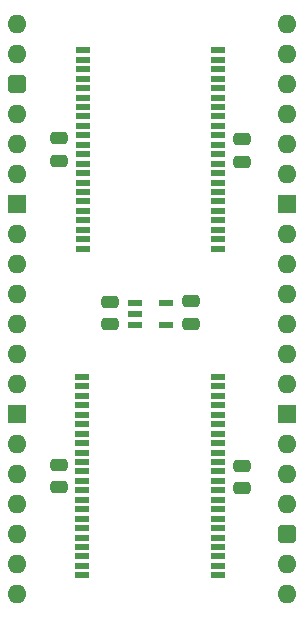
<source format=gts>
%TF.GenerationSoftware,KiCad,Pcbnew,9.0.2*%
%TF.CreationDate,2025-06-16T10:53:43+02:00*%
%TF.ProjectId,Memory 1MB,4d656d6f-7279-4203-914d-422e6b696361,V0*%
%TF.SameCoordinates,Original*%
%TF.FileFunction,Soldermask,Top*%
%TF.FilePolarity,Negative*%
%FSLAX46Y46*%
G04 Gerber Fmt 4.6, Leading zero omitted, Abs format (unit mm)*
G04 Created by KiCad (PCBNEW 9.0.2) date 2025-06-16 10:53:43*
%MOMM*%
%LPD*%
G01*
G04 APERTURE LIST*
G04 Aperture macros list*
%AMRoundRect*
0 Rectangle with rounded corners*
0 $1 Rounding radius*
0 $2 $3 $4 $5 $6 $7 $8 $9 X,Y pos of 4 corners*
0 Add a 4 corners polygon primitive as box body*
4,1,4,$2,$3,$4,$5,$6,$7,$8,$9,$2,$3,0*
0 Add four circle primitives for the rounded corners*
1,1,$1+$1,$2,$3*
1,1,$1+$1,$4,$5*
1,1,$1+$1,$6,$7*
1,1,$1+$1,$8,$9*
0 Add four rect primitives between the rounded corners*
20,1,$1+$1,$2,$3,$4,$5,0*
20,1,$1+$1,$4,$5,$6,$7,0*
20,1,$1+$1,$6,$7,$8,$9,0*
20,1,$1+$1,$8,$9,$2,$3,0*%
G04 Aperture macros list end*
%ADD10R,1.295000X0.600000*%
%ADD11O,1.600000X1.600000*%
%ADD12RoundRect,0.400000X-0.400000X-0.400000X0.400000X-0.400000X0.400000X0.400000X-0.400000X0.400000X0*%
%ADD13R,1.600000X1.600000*%
%ADD14RoundRect,0.250000X0.475000X-0.250000X0.475000X0.250000X-0.475000X0.250000X-0.475000X-0.250000X0*%
%ADD15R,1.150000X0.600000*%
%ADD16RoundRect,0.250000X-0.475000X0.250000X-0.475000X-0.250000X0.475000X-0.250000X0.475000X0.250000X0*%
G04 APERTURE END LIST*
D10*
%TO.C,IC4*%
X5600400Y-2242600D03*
X5600400Y-3042600D03*
X5600400Y-3842600D03*
X5600400Y-4642600D03*
X5600400Y-5442600D03*
X5600400Y-6242600D03*
X5600400Y-7042600D03*
X5600400Y-7842600D03*
X5600400Y-8642600D03*
X5600400Y-9442600D03*
X5600400Y-10242600D03*
X5600400Y-11042600D03*
X5600400Y-11842600D03*
X5600400Y-12642600D03*
X5600400Y-13442600D03*
X5600400Y-14242600D03*
X5600400Y-15042600D03*
X5600400Y-15842600D03*
X5600400Y-16642600D03*
X5600400Y-17442600D03*
X5600400Y-18242600D03*
X5600400Y-19042600D03*
X17056400Y-19042600D03*
X17056400Y-18242600D03*
X17056400Y-17442600D03*
X17056400Y-16642600D03*
X17056400Y-15842600D03*
X17056400Y-15042600D03*
X17056400Y-14242600D03*
X17056400Y-13442600D03*
X17056400Y-12642600D03*
X17056400Y-11842600D03*
X17056400Y-11042600D03*
X17056400Y-10242600D03*
X17056400Y-9442600D03*
X17056400Y-8642600D03*
X17056400Y-7842600D03*
X17056400Y-7042600D03*
X17056400Y-6242600D03*
X17056400Y-5442600D03*
X17056400Y-4642600D03*
X17056400Y-3842600D03*
X17056400Y-3042600D03*
X17056400Y-2242600D03*
%TD*%
D11*
%TO.C,J3*%
X0Y0D03*
X0Y-2540000D03*
D12*
X0Y-5080000D03*
D11*
X0Y-7620000D03*
X0Y-10160000D03*
X0Y-12700000D03*
D13*
X0Y-15240000D03*
D11*
X0Y-17780000D03*
X0Y-20320000D03*
X0Y-22860000D03*
X0Y-25400000D03*
X0Y-27940000D03*
X0Y-30480000D03*
D13*
X0Y-33020000D03*
D11*
X0Y-35560000D03*
X0Y-38100000D03*
X0Y-40640000D03*
X0Y-43180000D03*
X0Y-45720000D03*
X0Y-48260000D03*
X22860000Y-48260000D03*
X22860000Y-45720000D03*
D12*
X22860000Y-43180000D03*
D11*
X22860000Y-40640000D03*
X22860000Y-38100000D03*
X22860000Y-35560000D03*
D13*
X22860000Y-33020000D03*
D11*
X22860000Y-30480000D03*
X22860000Y-27940000D03*
X22860000Y-25400000D03*
X22860000Y-22860000D03*
X22860000Y-20320000D03*
X22860000Y-17780000D03*
D13*
X22860000Y-15240000D03*
D11*
X22860000Y-12700000D03*
X22860000Y-10160000D03*
X22860000Y-7620000D03*
X22860000Y-5080000D03*
X22860000Y-2540000D03*
X22860000Y0D03*
%TD*%
D14*
%TO.C,C3*%
X19050600Y-37408000D03*
X19050600Y-39308000D03*
%TD*%
D15*
%TO.C,IC36*%
X12633000Y-23611800D03*
X12633000Y-25511800D03*
X10033000Y-25511800D03*
X10033000Y-24561800D03*
X10033000Y-23611800D03*
%TD*%
D14*
%TO.C,C1*%
X19050600Y-9790600D03*
X19050600Y-11690600D03*
%TD*%
D16*
%TO.C,C20*%
X3556600Y-39213000D03*
X3556600Y-37313000D03*
%TD*%
%TO.C,C2*%
X3556600Y-11595600D03*
X3556600Y-9695600D03*
%TD*%
%TO.C,C41*%
X7899400Y-25426200D03*
X7899400Y-23526200D03*
%TD*%
%TO.C,C42*%
X14782800Y-25400800D03*
X14782800Y-23500800D03*
%TD*%
D10*
%TO.C,IC7*%
X17018600Y-29896000D03*
X17018600Y-30696000D03*
X17018600Y-31496000D03*
X17018600Y-32296000D03*
X17018600Y-33096000D03*
X17018600Y-33896000D03*
X17018600Y-34696000D03*
X17018600Y-35496000D03*
X17018600Y-36296000D03*
X17018600Y-37096000D03*
X17018600Y-37896000D03*
X17018600Y-38696000D03*
X17018600Y-39496000D03*
X17018600Y-40296000D03*
X17018600Y-41096000D03*
X17018600Y-41896000D03*
X17018600Y-42696000D03*
X17018600Y-43496000D03*
X17018600Y-44296000D03*
X17018600Y-45096000D03*
X17018600Y-45896000D03*
X17018600Y-46696000D03*
X5562600Y-46696000D03*
X5562600Y-45896000D03*
X5562600Y-45096000D03*
X5562600Y-44296000D03*
X5562600Y-43496000D03*
X5562600Y-42696000D03*
X5562600Y-41896000D03*
X5562600Y-41096000D03*
X5562600Y-40296000D03*
X5562600Y-39496000D03*
X5562600Y-38696000D03*
X5562600Y-37896000D03*
X5562600Y-37096000D03*
X5562600Y-36296000D03*
X5562600Y-35496000D03*
X5562600Y-34696000D03*
X5562600Y-33896000D03*
X5562600Y-33096000D03*
X5562600Y-32296000D03*
X5562600Y-31496000D03*
X5562600Y-30696000D03*
X5562600Y-29896000D03*
%TD*%
M02*

</source>
